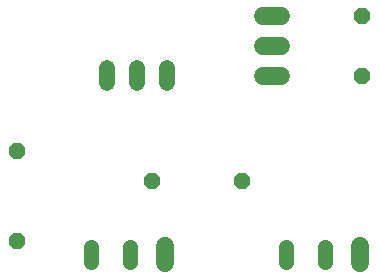
<source format=gbr>
G04 EAGLE Gerber X2 export*
%TF.Part,Single*%
%TF.FileFunction,Copper,L2,Bot,Mixed*%
%TF.FilePolarity,Positive*%
%TF.GenerationSoftware,Autodesk,EAGLE,9.0.0*%
%TF.CreationDate,2019-09-16T04:44:38Z*%
G75*
%MOMM*%
%FSLAX34Y34*%
%LPD*%
%AMOC8*
5,1,8,0,0,1.08239X$1,22.5*%
G01*
%ADD10P,1.429621X8X112.500000*%
%ADD11C,1.524000*%
%ADD12C,1.320800*%
%ADD13P,1.429621X8X202.500000*%
%ADD14P,1.429621X8X292.500000*%
%ADD15C,1.308000*%
%ADD16C,1.508000*%


D10*
X444500Y279400D03*
X444500Y330200D03*
D11*
X375920Y279400D02*
X360680Y279400D01*
X360680Y304800D02*
X375920Y304800D01*
X375920Y330200D02*
X360680Y330200D01*
D12*
X228600Y286004D02*
X228600Y272796D01*
X279400Y272796D02*
X279400Y286004D01*
X254000Y286004D02*
X254000Y272796D01*
D13*
X342900Y190500D03*
X266700Y190500D03*
D14*
X152400Y215900D03*
X152400Y139700D03*
D15*
X380100Y134440D02*
X380100Y121360D01*
X412600Y121360D02*
X412600Y134440D01*
D16*
X442100Y135440D02*
X442100Y120360D01*
D15*
X215000Y121360D02*
X215000Y134440D01*
X247500Y134440D02*
X247500Y121360D01*
D16*
X277000Y120360D02*
X277000Y135440D01*
M02*

</source>
